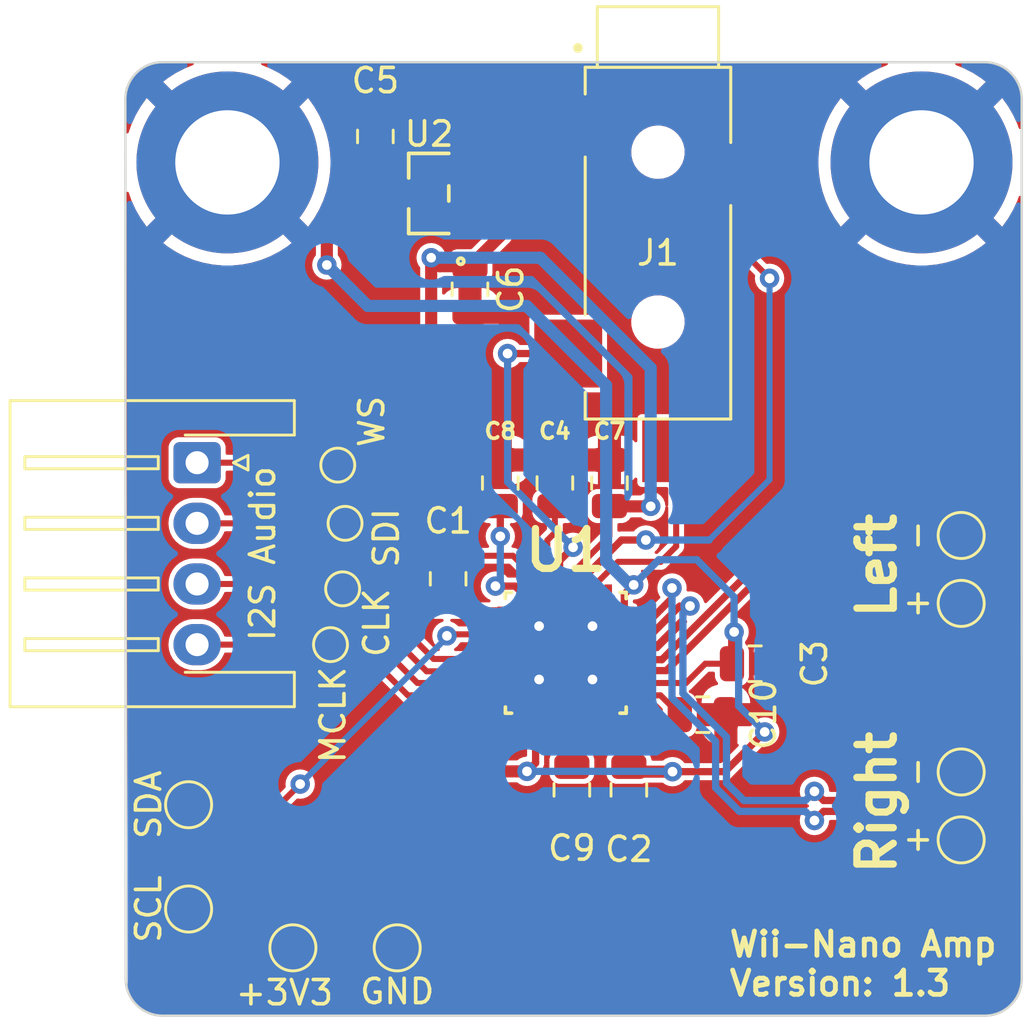
<source format=kicad_pcb>
(kicad_pcb (version 20221018) (generator pcbnew)
  (layers (0 "F.Cu" signal) (31 "B.Cu" signal) (34 "B.Paste" user) (35 "F.Paste" user) (36 "B.SilkS" user "B.Silkscreen") (37 "F.SilkS" user "F.Silkscreen") (38 "B.Mask" user) (39 "F.Mask" user) (44 "Edge.Cuts" user))
  (net 0 "")
  (net 1 "GNDREF")
  (net 2 "+3.3V")
  (net 3 "/Left +")
  (net 4 "Net-(U1-MCLK)")
  (net 5 "Net-(U1-I2S_CLK)")
  (net 6 "Net-(U1-I2S_WS)")
  (net 7 "Net-(U1-I2S_SDI)")
  (net 8 "Net-(U1-SDA)")
  (net 9 "Net-(U1-SCL)")
  (net 10 "Net-(U1-HPS)")
  (net 11 "Net-(U1-HPR)")
  (net 12 "Net-(U1-HPL)")
  (net 13 "Net-(U1-C1P)")
  (net 14 "Net-(U1-REF)")
  (net 17 "Net-(U1-BYPASS)")
  (net 18 "/Right +")
  (net 19 "Net-(U1-HPVSS)")
  (net 20 "Net-(U1-C1N)")
  (net 21 "/Vout")
  (net 22 "/Left -")
  (net 23 "/Right -")
  (footprint "TestPoint:TestPoint_Pad_D1.5mm" (layer "F.Cu") (at 158.337652 84.837652 90)
    (fp_text reference "SDA" (at 0 -1.648 90) (layer "F.SilkS"))
    (fp_text value "SDA" hide)
    (fp_circle (center 0 0) (end 0 0.95) (stroke (width 0.12)) (fill none) (layer "F.SilkS"))
    (pad "1" smd circle (at 0 0 90) (size 1.5 1.5) (layers "F.Cu" "F.Mask") (net 8 "Net-(U1-SDA)"))
  )
  (footprint "Capacitor_SMD:C_0805_2012Metric" (layer "F.Cu") (at 179.537652 81.125)
    (fp_text reference "C10" (at 2.5 0 90) (layer "F.SilkS"))
    (fp_text value "2.2uF" hide)
    (fp_line (start -0.261252 -0.735) (end 0.261252 -0.735) (stroke (width 0.12)) (layer "F.SilkS"))
    (fp_line (start -0.261252 0.735) (end 0.261252 0.735) (stroke (width 0.12)) (layer "F.SilkS"))
    (pad "1" smd roundrect (at -0.95 0) (size 1 1.45) (layers "F.Cu" "F.Paste" "F.Mask") (net 17 "Net-(U1-BYPASS)"))
    (pad "2" smd roundrect (at 0.95 0) (size 1 1.45) (layers "F.Cu" "F.Paste" "F.Mask") (net 1 "GNDREF"))
  )
  (footprint "Connector_JST:JST_XH_S4B-XH-A-1_1x04_P2.50mm_Horizontal" (layer "F.Cu") (at 158.687652 70.737652 -90)
    (fp_text reference "I2S Audio" (at 3.75 -2.7 -270) (layer "F.SilkS"))
    (fp_text value "JST_XH_S4B-XH-A-1_1x04_P2.50mm_Horizontal" hide)
    (fp_line (start -2.56 -4.01) (end -1.14 -4.01) (stroke (width 0.12)) (layer "F.SilkS"))
    (fp_line (start -2.56 7.71) (end -2.56 -4.01) (stroke (width 0.12)) (layer "F.SilkS"))
    (fp_line (start -1.14 -4.01) (end -1.14 0.49) (stroke (width 0.12)) (layer "F.SilkS"))
    (fp_line (start -0.3 -2.1) (end 0.3 -2.1) (stroke (width 0.12)) (layer "F.SilkS"))
    (fp_line (start -0.25 1.6) (end -0.25 7.1) (stroke (width 0.12)) (layer "F.SilkS"))
    (fp_line (start -0.25 7.1) (end 0.25 7.1) (stroke (width 0.12)) (layer "F.SilkS"))
    (fp_line (start 0 -1.5) (end -0.3 -2.1) (stroke (width 0.12)) (layer "F.SilkS"))
    (fp_line (start 0.25 1.6) (end -0.25 1.6) (stroke (width 0.12)) (layer "F.SilkS"))
    (fp_line (start 0.25 7.1) (end 0.25 1.6) (stroke (width 0.12)) (layer "F.SilkS"))
    (fp_line (start 0.3 -2.1) (end 0 -1.5) (stroke (width 0.12)) (layer "F.SilkS"))
    (fp_line (start 2.25 1.6) (end 2.25 7.1) (stroke (width 0.12)) (layer "F.SilkS"))
    (fp_line (start 2.25 7.1) (end 2.75 7.1) (stroke (width 0.12)) (layer "F.SilkS"))
    (fp_line (start 2.75 1.6) (end 2.25 1.6) (stroke (width 0.12)) (layer "F.SilkS"))
    (fp_line (start 2.75 7.1) (end 2.75 1.6) (stroke (width 0.12)) (layer "F.SilkS"))
    (fp_line (start 3.75 7.71) (end -2.56 7.71) (stroke (width 0.12)) (layer "F.SilkS"))
    (fp_line (start 3.75 7.71) (end 10.06 7.71) (stroke (width 0.12)) (layer "F.SilkS"))
    (fp_line (start 4.75 1.6) (end 4.75 7.1) (stroke (width 0.12)) (layer "F.SilkS"))
    (fp_line (start 4.75 7.1) (end 5.25 7.1) (stroke (width 0.12)) (layer "F.SilkS"))
    (fp_line (start 5.25 1.6) (end 4.75 1.6) (stroke (width 0.12)) (layer "F.SilkS"))
    (fp_line (start 5.25 7.1) (end 5.25 1.6) (stroke (width 0.12)) (layer "F.SilkS"))
    (fp_line (start 7.25 1.6) (end 7.25 7.1) (stroke (width 0.12)) (layer "F.SilkS"))
    (fp_line (start 7.25 7.1) (end 7.75 7.1) (stroke (width 0.12)) (layer "F.SilkS"))
    (fp_line (start 7.75 1.6) (end 7.25 1.6) (stroke (width 0.12)) (layer "F.SilkS"))
    (fp_line (start 7.75 7.1) (end 7.75 1.6) (stroke (width 0.12)) (layer "F.SilkS"))
    (fp_line (start 8.64 -4.01) (end 8.64 0.49) (stroke (width 0.12)) (layer "F.SilkS"))
    (fp_line (start 10.06 -4.01) (end 8.64 -4.01) (stroke (width 0.12)) (layer "F.SilkS"))
    (fp_line (start 10.06 7.71) (end 10.06 -4.01) (stroke (width 0.12)) (layer "F.SilkS"))
    (pad "1" thru_hole roundrect (at 0 0 270) (size 1.7 1.95) (drill 0.95) (layers "*.Cu" "*.Mask") (roundrect_rratio 0.147059) (net 6 "Net-(U1-I2S_WS)"))
    (pad "2" thru_hole oval (at 2.5 0 270) (size 1.7 1.95) (drill 0.95) (layers "*.Cu" "*.Mask") (net 7 "Net-(U1-I2S_SDI)"))
    (pad "3" thru_hole oval (at 5 0 270) (size 1.7 1.95) (drill 0.95) (layers "*.Cu" "*.Mask") (net 5 "Net-(U1-I2S_CLK)"))
    (pad "4" thru_hole oval (at 7.5 0 270) (size 1.7 1.95) (drill 0.95) (layers "*.Cu" "*.Mask") (net 4 "Net-(U1-MCLK)"))
  )
  (footprint "SJ-3524-SMT:CUI_SJ-3524-SMT" (layer "F.Cu") (at 177.687652 57.937652 -90)
    (fp_text reference "J1" (at 4.15 0) (layer "F.SilkS") (effects (font (size 1.001693 1.001693))))
    (fp_text value "SJ-3524-SMT" hide)
    (fp_line (start -6 -2.5) (end -6 2.5) (stroke (width 0.127)) (layer "F.SilkS"))
    (fp_line (start -6 2.5) (end -3.5 2.5) (stroke (width 0.127)) (layer "F.SilkS"))
    (fp_line (start -3.5 -3) (end -0.4 -3) (stroke (width 0.127)) (layer "F.SilkS"))
    (fp_line (start -3.5 -2.5) (end -6 -2.5) (stroke (width 0.127)) (layer "F.SilkS"))
    (fp_line (start -3.5 -2.5) (end -3.5 -3) (stroke (width 0.127)) (layer "F.SilkS"))
    (fp_line (start -3.5 2.5) (end -3.5 -2.5) (stroke (width 0.127)) (layer "F.SilkS"))
    (fp_line (start -3.5 3) (end -3.5 2.5) (stroke (width 0.127)) (layer "F.SilkS"))
    (fp_line (start -3.5 3) (end -2.4 3) (stroke (width 0.127)) (layer "F.SilkS"))
    (fp_line (start 0.2 3) (end 6.7 3) (stroke (width 0.127)) (layer "F.SilkS"))
    (fp_line (start 2.2 -3) (end 11 -3) (stroke (width 0.127)) (layer "F.SilkS"))
    (fp_line (start 9.9 3) (end 11 3) (stroke (width 0.127)) (layer "F.SilkS"))
    (fp_line (start 11 -3) (end 11 3) (stroke (width 0.127)) (layer "F.SilkS"))
    (fp_circle (center -4.3 3.3) (end -4.2 3.3) (stroke (width 0.2)) (fill none) (layer "F.SilkS"))
    (pad "" np_thru_hole circle (at 0 0 270) (size 1.7 1.7) (drill 1.7) (layers "*.Cu" "*.Mask"))
    (pad "" np_thru_hole circle (at 7 0 270) (size 1.7 1.7) (drill 1.7) (layers "*.Cu" "*.Mask"))
    (pad "1" smd rect (at -1.1 3.7 270) (size 2.2 2.8) (layers "F.Cu" "F.Paste" "F.Mask") (net 1 "GNDREF"))
    (pad "2" smd rect (at 8.3 3.7 270) (size 2.8 2.8) (layers "F.Cu" "F.Paste" "F.Mask") (net 12 "Net-(U1-HPL)"))
    (pad "3" smd rect (at 0.9 -3.7 270) (size 2.2 2.8) (layers "F.Cu" "F.Paste" "F.Mask") (net 11 "Net-(U1-HPR)"))
    (pad "4" smd rect (at 12.3 -0.75 270) (size 2.6 2.8) (layers "F.Cu" "F.Paste" "F.Mask") (net 10 "Net-(U1-HPS)"))
  )
  (footprint "TestPoint:TestPoint_Pad_D1.5mm" (layer "F.Cu") (at 190.187652 73.737652 90)
    (fp_text reference "-" (at 0 -1.85 90) (layer "F.SilkS"))
    (fp_text value "Left Speaker" hide)
    (fp_circle (center 0 0) (end 0 0.95) (stroke (width 0.12)) (fill none) (layer "F.SilkS"))
    (pad "1" smd circle (at 0 0 90) (size 1.5 1.5) (layers "F.Cu" "F.Mask") (net 22 "/Left -"))
  )
  (footprint "TestPoint:TestPoint_Pad_D1.5mm" (layer "F.Cu") (at 190.187652 76.537652 90)
    (fp_text reference "+" (at 0 -1.85 90) (layer "F.SilkS"))
    (fp_text value "Left Speaker" hide)
    (fp_circle (center 0 0) (end 0 0.95) (stroke (width 0.12)) (fill none) (layer "F.SilkS"))
    (pad "1" smd circle (at 0 0 90) (size 1.5 1.5) (layers "F.Cu" "F.Mask") (net 3 "/Left +"))
  )
  (footprint "TestPoint:TestPoint_Pad_D1.5mm" (layer "F.Cu") (at 190.187652 83.487652 90)
    (fp_text reference "-" (at 0 -1.85 90) (layer "F.SilkS"))
    (fp_text value "Left Speaker" hide)
    (fp_circle (center 0 0) (end 0 0.95) (stroke (width 0.12)) (fill none) (layer "F.SilkS"))
    (pad "1" smd circle (at 0 0 90) (size 1.5 1.5) (layers "F.Cu" "F.Mask") (net 23 "/Right -"))
  )
  (footprint "TestPoint:TestPoint_Pad_D1.5mm" (layer "F.Cu") (at 190.187652 86.287652 90)
    (fp_text reference "+" (at 0 -1.85 90) (layer "F.SilkS"))
    (fp_text value "Left Speaker" hide)
    (fp_circle (center 0 0) (end 0 0.95) (stroke (width 0.12)) (fill none) (layer "F.SilkS"))
    (pad "1" smd circle (at 0 0 90) (size 1.5 1.5) (layers "F.Cu" "F.Mask") (net 18 "/Right +"))
  )
  (footprint "Capacitor_SMD:C_0805_2012Metric" (layer "F.Cu") (at 169.037652 75.525 -90)
    (fp_text reference "C1" (at -2.387348 0) (layer "F.SilkS"))
    (fp_text value "2.2uF" hide)
    (fp_line (start -0.261252 -0.735) (end 0.261252 -0.735) (stroke (width 0.12)) (layer "F.SilkS"))
    (fp_line (start -0.261252 0.735) (end 0.261252 0.735) (stroke (width 0.12)) (layer "F.SilkS"))
    (pad "1" smd roundrect (at -0.95 0 270) (size 1 1.45) (layers "F.Cu" "F.Paste" "F.Mask") (net 20 "Net-(U1-C1N)"))
    (pad "2" smd roundrect (at 0.95 0 270) (size 1 1.45) (layers "F.Cu" "F.Paste" "F.Mask") (net 13 "Net-(U1-C1P)"))
  )
  (footprint "Capacitor_SMD:C_0805_2012Metric" (layer "F.Cu") (at 175.687652 71.575 -90)
    (fp_text reference "C7" (at -2.137348 0) (layer "F.SilkS") (effects (font (size 0.65 0.65))))
    (fp_text value "2.2uF" hide)
    (fp_line (start -0.261252 -0.735) (end 0.261252 -0.735) (stroke (width 0.12)) (layer "F.SilkS"))
    (fp_line (start -0.261252 0.735) (end 0.261252 0.735) (stroke (width 0.12)) (layer "F.SilkS"))
    (pad "1" smd roundrect (at -0.95 0 270) (size 1 1.45) (layers "F.Cu" "F.Paste" "F.Mask") (net 1 "GNDREF"))
    (pad "2" smd roundrect (at 0.95 0 270) (size 1 1.45) (layers "F.Cu" "F.Paste" "F.Mask") (net 21 "/Vout"))
  )
  (footprint "TestPoint:TestPoint_Pad_D1.0mm" (layer "F.Cu") (at 164.687652 75.937652 90)
    (fp_text reference "CLK" (at -1.4 1.4 90) (layer "F.SilkS"))
    (fp_text value "TestPoint_Pad_D1.0mm" hide)
    (fp_circle (center 0 0) (end 0 0.7) (stroke (width 0.12)) (fill none) (layer "F.SilkS"))
    (pad "1" smd circle (at 0 0 90) (size 1 1) (layers "F.Cu" "F.Mask") (net 5 "Net-(U1-I2S_CLK)"))
  )
  (footprint "Capacitor_SMD:C_0805_2012Metric" (layer "F.Cu") (at 174.137652 84.225 -90)
    (fp_text reference "C9" (at 2.4 0) (layer "F.SilkS"))
    (fp_text value "10uF" hide)
    (fp_line (start -0.261252 -0.735) (end 0.261252 -0.735) (stroke (width 0.12)) (layer "F.SilkS"))
    (fp_line (start -0.261252 0.735) (end 0.261252 0.735) (stroke (width 0.12)) (layer "F.SilkS"))
    (pad "1" smd roundrect (at -0.95 0 270) (size 1 1.45) (layers "F.Cu" "F.Paste" "F.Mask") (net 14 "Net-(U1-REF)"))
    (pad "2" smd roundrect (at 0.95 0 270) (size 1 1.45) (layers "F.Cu" "F.Paste" "F.Mask") (net 1 "GNDREF"))
  )
  (footprint "TestPoint:TestPoint_Pad_D1.5mm" (layer "F.Cu") (at 158.337652 89.137652 90)
    (fp_text reference "SCL" (at 0 -1.648 90) (layer "F.SilkS"))
    (fp_text value "SCL" hide)
    (fp_circle (center 0 0) (end 0 0.95) (stroke (width 0.12)) (fill none) (layer "F.SilkS"))
    (pad "1" smd circle (at 0 0 90) (size 1.5 1.5) (layers "F.Cu" "F.Mask") (net 9 "Net-(U1-SCL)"))
  )
  (footprint "Capacitor_SMD:C_0805_2012Metric" (layer "F.Cu") (at 176.487652 84.225 -90)
    (fp_text reference "C2" (at 2.45 0) (layer "F.SilkS"))
    (fp_text value "2.2uF" hide)
    (fp_line (start -0.261252 -0.735) (end 0.261252 -0.735) (stroke (width 0.12)) (layer "F.SilkS"))
    (fp_line (start -0.261252 0.735) (end 0.261252 0.735) (stroke (width 0.12)) (layer "F.SilkS"))
    (pad "1" smd roundrect (at -0.95 0 270) (size 1 1.45) (layers "F.Cu" "F.Paste" "F.Mask") (net 2 "+3.3V"))
    (pad "2" smd roundrect (at 0.95 0 270) (size 1 1.45) (layers "F.Cu" "F.Paste" "F.Mask") (net 1 "GNDREF"))
  )
  (footprint "TestPoint:TestPoint_Pad_D1.0mm" (layer "F.Cu") (at 164.787652 73.237652 90)
    (fp_text reference "SDI" (at -0.6 1.7 90) (layer "F.SilkS"))
    (fp_text value "TestPoint_Pad_D1.0mm" hide)
    (fp_circle (center 0 0) (end 0 0.7) (stroke (width 0.12)) (fill none) (layer "F.SilkS"))
    (pad "1" smd circle (at 0 0 90) (size 1 1) (layers "F.Cu" "F.Mask") (net 7 "Net-(U1-I2S_SDI)"))
  )
  (footprint "TestPoint:TestPoint_Pad_D1.0mm" (layer "F.Cu") (at 164.487652 70.837652 90)
    (fp_text reference "WS" (at 1.8 1.4 90) (layer "F.SilkS"))
    (fp_text value "TestPoint_Pad_D1.0mm" hide)
    (fp_circle (center 0 0) (end 0 0.7) (stroke (width 0.12)) (fill none) (layer "F.SilkS"))
    (pad "1" smd circle (at 0 0 90) (size 1 1) (layers "F.Cu" "F.Mask") (net 6 "Net-(U1-I2S_WS)"))
  )
  (footprint "Capacitor_SMD:C_0805_2012Metric" (layer "F.Cu") (at 171.187652 71.575 -90)
    (fp_text reference "C8" (at -2.137348 0) (layer "F.SilkS") (effects (font (size 0.65 0.65))))
    (fp_text value "2.2uF" hide)
    (fp_line (start -0.261252 -0.735) (end 0.261252 -0.735) (stroke (width 0.12)) (layer "F.SilkS"))
    (fp_line (start -0.261252 0.735) (end 0.261252 0.735) (stroke (width 0.12)) (layer "F.SilkS"))
    (pad "1" smd roundrect (at -0.95 0 270) (size 1 1.45) (layers "F.Cu" "F.Paste" "F.Mask") (net 1 "GNDREF"))
    (pad "2" smd roundrect (at 0.95 0 270) (size 1 1.45) (layers "F.Cu" "F.Paste" "F.Mask") (net 21 "/Vout"))
  )
  (footprint "MountingHole:MountingHole_4.3mm_M4_DIN965_Pad" (layer "F.Cu") (at 188.552452 58.357652)
    (fp_text reference "REF**" hide)
    (fp_text value "MountingHole_4.3mm_M4_DIN965_Pad" hide)
    (pad "1" thru_hole circle (at 0 0) (size 7.5 7.5) (drill 4.3) (layers "*.Cu" "*.Mask") (net 1 "GNDREF"))
  )
  (footprint "Capacitor_SMD:C_0805_2012Metric" (layer "F.Cu") (at 181.687652 79.025)
    (fp_text reference "C3" (at 2.45 0 90) (layer "F.SilkS"))
    (fp_text value "2.2uF" hide)
    (fp_line (start -0.261252 -0.735) (end 0.261252 -0.735) (stroke (width 0.12)) (layer "F.SilkS"))
    (fp_line (start -0.261252 0.735) (end 0.261252 0.735) (stroke (width 0.12)) (layer "F.SilkS"))
    (pad "1" smd roundrect (at -0.95 0) (size 1 1.45) (layers "F.Cu" "F.Paste" "F.Mask") (net 2 "+3.3V"))
    (pad "2" smd roundrect (at 0.95 0) (size 1 1.45) (layers "F.Cu" "F.Paste" "F.Mask") (net 1 "GNDREF"))
  )
  (footprint "MountingHole:MountingHole_4.3mm_M4_DIN965_Pad" (layer "F.Cu") (at 159.937652 58.357652)
    (fp_text reference "REF**" hide)
    (fp_text value "MountingHole_4.3mm_M4_DIN965_Pad" hide)
    (pad "1" thru_hole circle (at 0 0) (size 7.5 7.5) (drill 4.3) (layers "*.Cu" "*.Mask") (net 1 "GNDREF"))
  )
  (footprint "Capacitor_SMD:C_0805_2012Metric" (layer "F.Cu") (at 173.437652 71.575 90)
    (fp_text reference "C4" (at 2.137348 0) (layer "F.SilkS") (effects (font (size 0.65 0.65))))
    (fp_text value "2.2uF" hide)
    (fp_line (start -0.261252 -0.735) (end 0.261252 -0.735) (stroke (width 0.12)) (layer "F.SilkS"))
    (fp_line (start -0.261252 0.735) (end 0.261252 0.735) (stroke (width 0.12)) (layer "F.SilkS"))
    (pad "1" smd roundrect (at -0.95 0 90) (size 1 1.45) (layers "F.Cu" "F.Paste" "F.Mask") (net 19 "Net-(U1-HPVSS)"))
    (pad "2" smd roundrect (at 0.95 0 90) (size 1 1.45) (layers "F.Cu" "F.Paste" "F.Mask") (net 1 "GNDREF"))
  )
  (footprint "TestPoint:TestPoint_Pad_D1.5mm" (layer "F.Cu") (at 162.637652 90.737652)
    (fp_text reference "+3V3" (at -0.35 1.85 unlocked) (layer "F.SilkS"))
    (fp_text value "SCL" hide)
    (fp_circle (center 0 0) (end 0 0.95) (stroke (width 0.12)) (fill none) (layer "F.SilkS"))
    (pad "1" smd circle (at 0 0) (size 1.5 1.5) (layers "F.Cu" "F.Mask") (net 2 "+3.3V"))
  )
  (footprint "LM49450SQ:QFN50P500X500X80-33N" (layer "F.Cu") (at 173.887652 78.575)
    (fp_text reference "U1" (at 0 -4.22445) (layer "F.SilkS") (effects (font (size 1.643134 1.643134) (thickness 0.3) bold)))
    (fp_text value "LM49450SQ" hide)
    (fp_line (start -2.4892 -2.4892) (end -2.4892 -2.2352) (stroke (width 0.1524)) (layer "F.SilkS"))
    (fp_line (start -2.4892 2.2352) (end -2.4892 2.4892) (stroke (width 0.1524)) (layer "F.SilkS"))
    (fp_line (start -2.4892 2.4892) (end -2.2352 2.4892) (stroke (width 0.1524)) (layer "F.SilkS"))
    (fp_line (start -2.2352 -2.4892) (end -2.4892 -2.4892) (stroke (width 0.1524)) (layer "F.SilkS"))
    (fp_line (start 2.2352 2.4892) (end 2.4892 2.4892) (stroke (width 0.1524)) (layer "F.SilkS"))
    (fp_line (start 2.4892 -2.4892) (end 2.2352 -2.4892) (stroke (width 0.1524)) (layer "F.SilkS"))
    (fp_line (start 2.4892 -2.2352) (end 2.4892 -2.4892) (stroke (width 0.1524)) (layer "F.SilkS"))
    (fp_line (start 2.4892 2.4892) (end 2.4892 2.2352) (stroke (width 0.1524)) (layer "F.SilkS"))
    (pad "1" smd rect (at -2.413 -1.7526 270) (size 0.3048 0.8128) (layers "F.Cu" "F.Paste" "F.Mask") (net 13 "Net-(U1-C1P)"))
    (pad "2" smd rect (at -2.413 -1.2446 270) (size 0.3048 0.8128) (layers "F.Cu" "F.Paste" "F.Mask") (net 1 "GNDREF"))
    (pad "3" smd rect (at -2.413 -0.762 270) (size 0.3048 0.8128) (layers "F.Cu" "F.Paste" "F.Mask") (net 8 "Net-(U1-SDA)"))
    (pad "4" smd rect (at -2.413 -0.254 270) (size 0.3048 0.8128) (layers "F.Cu" "F.Paste" "F.Mask") (net 1 "GNDREF"))
    (pad "5" smd rect (at -2.413 0.254 270) (size 0.3048 0.8128) (layers "F.Cu" "F.Paste" "F.Mask") (net 6 "Net-(U1-I2S_WS)"))
    (pad "6" smd rect (at -2.413 0.762 270) (size 0.3048 0.8128) (layers "F.Cu" "F.Paste" "F.Mask") (net 7 "Net-(U1-I2S_SDI)"))
    (pad "7" smd rect (at -2.413 1.2446 270) (size 0.3048 0.8128) (layers "F.Cu" "F.Paste" "F.Mask") (net 5 "Net-(U1-I2S_CLK)"))
    (pad "8" smd rect (at -2.413 1.7526 270) (size 0.3048 0.8128) (layers "F.Cu" "F.Paste" "F.Mask") (net 4 "Net-(U1-MCLK)"))
    (pad "9" smd rect (at -1.7526 2.413 180) (size 0.3048 0.8128) (layers "F.Cu" "F.Paste" "F.Mask") (net 9 "Net-(U1-SCL)"))
    (pad "10" smd rect (at -1.2446 2.413 180) (size 0.3048 0.8128) (layers "F.Cu" "F.Paste" "F.Mask") (net 2 "+3.3V"))
    (pad "11" smd rect (at -0.762 2.413 180) (size 0.3048 0.8128) (layers "F.Cu" "F.Paste" "F.Mask") (net 2 "+3.3V"))
    (pad "12" smd rect (at -0.254 2.413 180) (size 0.3048 0.8128) (layers "F.Cu" "F.Paste" "F.Mask") (net 1 "GNDREF"))
    (pad "13" smd rect (at 0.254 2.413 180) (size 0.3048 0.8128) (layers "F.Cu" "F.Paste" "F.Mask") (net 14 "Net-(U1-REF)"))
    (pad "14" smd rect (at 0.762 2.413 180) (size 0.3048 0.8128) (layers "F.Cu" "F.Paste" "F.Mask"))
    (pad "15" smd rect (at 1.2446 2.413 180) (size 0.3048 0.8128) (layers "F.Cu" "F.Paste" "F.Mask"))
    (pad "16" smd rect (at 1.7526 2.413 180) (size 0.3048 0.8128) (layers "F.Cu" "F.Paste" "F.Mask") (net 2 "+3.3V"))
    (pad "17" smd rect (at 2.413 1.7526 270) (size 0.3048 0.8128) (layers "F.Cu" "F.Paste" "F.Mask") (net 17 "Net-(U1-BYPASS)"))
    (pad "18" smd rect (at 2.413 1.2446 270) (size 0.3048 0.8128) (layers "F.Cu" "F.Paste" "F.Mask") (net 2 "+3.3V"))
    (pad "19" smd rect (at 2.413 0.762 270) (size 0.3048 0.8128) (layers "F.Cu" "F.Paste" "F.Mask") (net 3 "/Left +"))
    (pad "20" smd rect (at 2.413 0.254 270) (size 0.3048 0.8128) (layers "F.Cu" "F.Paste" "F.Mask") (net 22 "/Left -"))
    (pad "21" smd rect (at 2.413 -0.254 270) (size 0.3048 0.8128) (layers "F.Cu" "F.Paste" "F.Mask") (net 1 "GNDREF"))
    (pad "22" smd rect (at 2.413 -0.762 270) (size 0.3048 0.8128) (layers "F.Cu" "F.Paste" "F.Mask") (net 23 "/Right -"))
    (pad "23" smd rect (at 2.413 -1.2446 270) (size 0.3048 0.8128) (layers "F.Cu" "F.Paste" "F.Mask") (net 18 "/Right +"))
    (pad "24" smd rect (at 2.413 -1.7526 270) (size 0.3048 0.8128) (layers "F.Cu" "F.Paste" "F.Mask") (net 2 "+3.3V"))
    (pad "25" smd rect (at 1.7526 -2.413 180) (size 0.3048 0.8128) (layers "F.Cu" "F.Paste" "F.Mask") (net 1 "GNDREF"))
    (pad "26" smd rect (at 1.2446 -2.413 180) (size 0.3048 0.8128) (layers "F.Cu" "F.Paste" "F.Mask") (net 10 "Net-(U1-HPS)"))
    (pad "27" smd rect (at 0.762 -2.413 180) (size 0.3048 0.8128) (layers "F.Cu" "F.Paste" "F.Mask") (net 11 "Net-(U1-HPR)"))
    (pad "28" smd rect (at 0.254 -2.413 180) (size 0.3048 0.8128) (layers "F.Cu" "F.Paste" "F.Mask") (net 21 "/Vout"))
    (pad "29" smd rect (at -0.254 -2.413 180) (size 0.3048 0.8128) (layers "F.Cu" "F.Paste" "F.Mask") (net 12 "Net-(U1-HPL)"))
    (pad "30" smd rect (at -0.762 -2.413 180) (size 0.3048 0.8128) (layers "F.Cu" "F.Paste" "F.Mask") (net 19 "Net-(U1-HPVSS)"))
    (pad "31" smd rect (at -1.2446 -2.413 180) (size 0.3048 0.8128) (layers "F.Cu" "F.Paste" "F.Mask") (net 20 "Net-(U1-C1N)"))
    (pad "32" smd rect (at -1.7526 -2.413 180) (size 0.3048 0.8128) (layers "F.Cu" "F.Paste" "F.Mask") (net 21 "/Vout"))
    (pad "33" smd rect (at 0 0) (size 3.2004 3.2004) (layers "F.Cu" "F.Paste" "F.Mask") (net 1 "GNDREF"))
  )
  (footprint "footprints:SOT-23_MC_MCH" (layer "F.Cu") (at 168.237652 59.637653 90)
    (fp_text reference "U2" (at 2.450001 0.0152 unlocked) (layer "F.SilkS"))
    (fp_text value "MCP1700T-2502E/TT" hide)
    (fp_line (start -1.652 -0.827) (end -1.652 0.827) (stroke (width 0.1524)) (layer "F.SilkS"))
    (fp_line (start -0.63754 -0.827) (end -1.652 -0.827) (stroke (width 0.1524)) (layer "F.SilkS"))
    (fp_line (start -0.312461 0.827) (end 0.312461 0.827) (stroke (width 0.1524)) (layer "F.SilkS"))
    (fp_line (start 1.652 -0.827) (end 0.63754 -0.827) (stroke (width 0.1524)) (layer "F.SilkS"))
    (fp_line (start 1.652 0.827) (end 1.652 -0.827) (stroke (width 0.1524)) (layer "F.SilkS"))
    (fp_circle (center -2.795 1.32) (end -2.668 1.32) (stroke (width 0.1524)) (fill none) (layer "F.SilkS"))
    (pad "1" smd rect (at -0.950001 1.0152 90) (size 0.6096 1.3208) (layers "F.Cu" "F.Paste" "F.Mask") (net 1 "GNDREF"))
    (pad "2" smd rect (at 0.950001 1.0152 90) (size 0.6096 1.3208) (layers "F.Cu" "F.Paste" "F.Mask") (net 21 "/Vout"))
    (pad "3" smd rect (at 0 -1.0152 90) (size 0.6096 1.3208) (layers "F.Cu" "F.Paste" "F.Mask") (net 2 "+3.3V"))
  )
  (footprint "Capacitor_SMD:C_0805_2012Metric" (layer "F.Cu") (at 169.937652 63.587652 -90)
    (fp_text reference "C6" (at 0 -1.68 -270) (layer "F.SilkS"))
    (fp_text value "1.0uF" hide)
    (fp_line (start -0.261252 -0.735) (end 0.261252 -0.735) (stroke (width 0.12)) (layer "F.SilkS"))
    (fp_line (start -0.261252 0.735) (end 0.261252 0.735) (stroke (width 0.12)) (layer "F.SilkS"))
    (pad "1" smd roundrect (at -0.95 0 270) (size 1 1.45) (layers "F.Cu" "F.Paste" "F.Mask") (net 21 "/Vout"))
    (pad "2" smd roundrect (at 0.95 0 270) (size 1 1.45) (layers "F.Cu" "F.Paste" "F.Mask") (net 1 "GNDREF"))
  )
  (footprint "Capacitor_SMD:C_0805_2012Metric" (layer "F.Cu") (at 166.037652 57.287652 -90)
    (fp_text reference "C5" (at -2.3 0) (layer "F.SilkS"))
    (fp_text value "1.0uF" hide)
    (fp_line (start -0.261252 -0.735) (end 0.261252 -0.735) (stroke (width 0.12)) (layer "F.SilkS"))
    (fp_line (start -0.261252 0.735) (end 0.261252 0.735) (stroke (width 0.12)) (layer "F.SilkS"))
    (pad "1" smd roundrect (at -0.95 0 270) (size 1 1.45) (layers "F.Cu" "F.Paste" "F.Mask") (net 1 "GNDREF"))
    (pad "2" smd roundrect (at 0.95 0 270) (size 1 1.45) (layers "F.Cu" "F.Paste" "F.Mask") (net 2 "+3.3V"))
  )
  (footprint "TestPoint:TestPoint_Pad_D1.5mm" (layer "F.Cu") (at 166.937652 90.737652)
    (fp_text reference "GND" (at 0 1.8 unlocked) (layer "F.SilkS"))
    (fp_text value "SCL" hide)
    (fp_circle (center 0 0) (end 0 0.95) (stroke (width 0.12)) (fill none) (layer "F.SilkS"))
    (pad "1" smd circle (at 0 0) (size 1.5 1.5) (layers "F.Cu" "F.Mask") (net 1 "GNDREF"))
  )
  (footprint "TestPoint:TestPoint_Pad_D1.0mm" (layer "F.Cu") (at 164.187652 78.237652 90)
    (fp_text reference "MCLK" (at -2.9 0.1 90) (layer "F.SilkS"))
    (fp_text value "TestPoint_Pad_D1.0mm" hide)
    (fp_circle (center 0 0) (end 0 0.7) (stroke (width 0.12)) (fill none) (layer "F.SilkS"))
    (pad "1" smd circle (at 0 0 90) (size 1 1) (layers "F.Cu" "F.Mask") (net 4 "Net-(U1-MCLK)"))
  )
  (gr_line (start 155.743067 92.010045) (end 155.732236 55.752283) (stroke (width 0.1)) (layer "Edge.Cuts"))
  (gr_arc (start 155.732236 55.752283) (mid 156.178599 54.674662) (end 157.256236 54.228283) (stroke (width 0.1)) (layer "Edge.Cuts"))
  (gr_arc (start 192.684045 92.010041) (mid 192.23765 93.087647) (end 191.160045 93.534041) (stroke (width 0.1)) (layer "Edge.Cuts"))
  (gr_arc (start 157.267067 93.534045) (mid 156.189458 93.087651) (end 155.743067 92.010045) (stroke (width 0.1)) (layer "Edge.Cuts"))
  (gr_line (start 192.681821 55.752283) (end 192.684045 92.010041) (stroke (width 0.1)) (layer "Edge.Cuts"))
  (gr_line (start 157.256236 54.228283) (end 191.157821 54.228283) (stroke (width 0.1)) (layer "Edge.Cuts"))
  (gr_line (start 157.267067 93.534045) (end 191.160045 93.534041) (stroke (width 0.1)) (layer "Edge.Cuts"))
  (gr_arc (start 191.157821 54.228283) (mid 192.235461 54.674643) (end 192.681821 55.752283) (stroke (width 0.1)) (layer "Edge.Cuts"))
  (gr_text "Wii-Nano Amp\nVersion: 1.3" (at 180.537652 92.787652) (layer "F.SilkS") (effects (font (size 1 1) (thickness 0.2) bold) (justify left bottom)))
  (gr_text "Left" (at 187.587652 77.287652 90) (layer "F.SilkS") (effects (font (size 1.5 1.5) (thickness 0.3) bold) (justify left bottom)))
  (gr_text "Right" (at 187.587652 87.837652 90) (layer "F.SilkS") (effects (font (size 1.5 1.5) (thickness 0.3) bold) (justify left bottom)))
  (segment (start 173.633652 80.988) (end 173.633652 78.829) (width 0.3) (layer "F.Cu") (net 1))
  (segment (start 173.633652 78.829) (end 173.887652 78.575) (width 0.3) (layer "F.Cu") (net 1))
  (segment (start 176.300652 78.321) (end 174.141652 78.321) (width 0.3) (layer "F.Cu") (net 1))
  (segment (start 175.617252 76.8454) (end 173.887652 78.575) (width 0.3) (layer "F.Cu") (net 1))
  (segment (start 171.474652 78.321) (end 173.633652 78.321) (width 0.3) (layer "F.Cu") (net 1))
  (segment (start 172.643052 77.3304) (end 173.887652 78.575) (width 0.3) (layer "F.Cu") (net 1))
  (segment (start 175.617252 76.185) (end 175.617252 76.8454) (width 0.3) (layer "F.Cu") (net 1))
  (segment (start 173.633652 78.321) (end 173.887652 78.575) (width 0.3) (layer "F.Cu") (net 1))
  (segment (start 175.640252 76.162) (end 175.617252 76.185) (width 0.3) (layer "F.Cu") (net 1))
  (segment (start 171.474652 77.3304) (end 172.643052 77.3304) (width 0.3) (layer "F.Cu") (net 1))
  (segment (start 174.141652 78.321) (end 173.887652 78.575) (width 0.3) (layer "F.Cu") (net 1))
  (via (at 174.987652 77.475) (size 0.8) (drill 0.4) (layers "F.Cu" "B.Cu") (net 1))
  (via (at 172.787652 79.675) (size 0.8) (drill 0.4) (layers "F.Cu" "B.Cu") (net 1))
  (via (at 172.787652 77.475) (size 0.8) (drill 0.4) (layers "F.Cu" "B.Cu") (net 1))
  (via (at 174.987652 79.675) (size 0.8) (drill 0.4) (layers "F.Cu" "B.Cu") (net 1))
  (segment (start 169.712652 83.462652) (end 172.287652 83.462652) (width 0.5) (layer "F.Cu") (net 2))
  (segment (start 172.287652 83.462652) (end 172.287652 83.475) (width 0.3) (layer "F.Cu") (net 2))
  (segment (start 172.643052 80.988) (end 172.643052 81.975) (width 0.3) (layer "F.Cu") (net 2))
  (segment (start 165.487651 59.637653) (end 167.222452 59.637653) (width 0.5) (layer "F.Cu") (net 2))
  (segment (start 166.037652 58.237652) (end 165.487651 58.787653) (width 0.5) (layer "F.Cu") (net 2))
  (segment (start 176.300652 76.162) (end 176.687652 75.775) (width 0.3) (layer "F.Cu") (net 2))
  (segment (start 180.826729 78.935923) (end 180.737652 79.025) (width 0.5) (layer "F.Cu") (net 2))
  (segment (start 180.450304 83.475) (end 178.287652 83.475) (width 0.3) (layer "F.Cu") (net 2))
  (segment (start 176.687652 83.475) (end 176.487652 83.275) (width 0.5) (layer "F.Cu") (net 2))
  (segment (start 176.487652 81.8354) (end 175.640252 80.988) (width 0.3) (layer "F.Cu") (net 2))
  (segment (start 179.637652 79.025) (end 180.737652 79.025) (width 0.25) (layer "F.Cu") (net 2))
  (segment (start 173.125652 81.4924) (end 172.643052 81.975) (width 0.3) (layer "F.Cu") (net 2))
  (segment (start 173.125652 80.988) (end 173.125652 81.4924) (width 0.3) (layer "F.Cu") (net 2))
  (segment (start 165.487651 58.787653) (end 165.487651 59.637653) (width 0.5) (layer "F.Cu") (net 2))
  (segment (start 162.637652 90.537652) (end 169.712652 83.462652) (width 0.5) (layer "F.Cu") (net 2))
  (segment (start 172.287652 83.475) (end 172.287652 83.475) (width 0.3) (layer "F.Cu") (net 2))
  (segment (start 176.487652 83.275) (end 176.487652 81.8354) (width 0.3) (layer "F.Cu") (net 2))
  (segment (start 162.637652 90.737652) (end 162.637652 90.537652) (width 0.5) (layer "F.Cu") (net 2))
  (segment (start 164.037652 62.587652) (end 164.037652 61.087652) (width 0.5) (layer "F.Cu") (net 2))
  (segment (start 180.826729 77.714077) (end 180.826729 78.935923) (width 0.5) (layer "F.Cu") (net 2))
  (segment (start 172.643052 83.1196) (end 172.3 83.462652) (width 0.3) (layer "F.Cu") (net 2))
  (segment (start 178.287652 83.475) (end 176.687652 83.475) (width 0.5) (layer "F.Cu") (net 2))
  (segment (start 182.087652 81.837652) (end 180.450304 83.475) (width 0.3) (layer "F.Cu") (net 2))
  (segment (start 172.3 83.462652) (end 172.287652 83.462652) (width 0.3) (layer "F.Cu") (net 2))
  (segment (start 178.843052 79.8196) (end 179.637652 79.025) (width 0.25) (layer "F.Cu") (net 2))
  (segment (start 172.643052 81.975) (end 172.643052 83.1196) (width 0.3) (layer "F.Cu") (net 2))
  (segment (start 176.300652 79.8196) (end 178.843052 79.8196) (width 0.25) (layer "F.Cu") (net 2))
  (segment (start 176.300652 76.8224) (end 176.300652 76.162) (width 0.3) (layer "F.Cu") (net 2))
  (segment (start 164.037652 61.087652) (end 165.487651 59.637653) (width 0.5) (layer "F.Cu") (net 2))
  (via (at 164.037652 62.587652) (size 0.8) (drill 0.4) (layers "F.Cu" "B.Cu") (net 2))
  (via (at 176.687652 75.775) (size 0.8) (drill 0.4) (layers "F.Cu" "B.Cu") (net 2))
  (via (at 172.287652 83.462652) (size 0.8) (drill 0.4) (layers "F.Cu" "B.Cu") (net 2))
  (via (at 180.826729 77.714077) (size 0.8) (drill 0.4) (layers "F.Cu" "B.Cu") (net 2))
  (via (at 182.087652 81.837652) (size 0.8) (drill 0.4) (layers "F.Cu" "B.Cu") (net 2))
  (via (at 178.287652 83.475) (size 0.8) (drill 0.4) (layers "F.Cu" "B.Cu") (net 2))
  (segment (start 176.687652 75.775) (end 177.725 74.737652) (width 0.3) (layer "B.Cu") (net 2))
  (segment (start 175.55 74.8) (end 176.525 75.775) (width 0.5) (layer "B.Cu") (net 2))
  (segment (start 180.826729 77.714077) (end 181.012652 77.9) (width 0.3) (layer "B.Cu") (net 2))
  (segment (start 172.262652 83.437652) (end 172.287652 83.462652) (width 0.5) (layer "B.Cu") (net 2))
  (segment (start 181.012652 80.762652) (end 182.087652 81.837652) (width 0.3) (layer "B.Cu") (net 2))
  (segment (start 172.287652 83.462652) (end 178.275304 83.462652) (width 0.3) (layer "B.Cu") (net 2))
  (segment (start 176.525 75.775) (end 176.687652 75.775) (width 0.5) (layer "B.Cu") (net 2))
  (segment (start 180.826729 76.276729) (end 180.826729 77.714077) (width 0.3) (layer "B.Cu") (net 2))
  (segment (start 179.287652 74.737652) (end 180.826729 76.276729) (width 0.3) (layer "B.Cu") (net 2))
  (segment (start 175.55 67.55) (end 175.55 74.8) (width 0.5) (layer "B.Cu") (net 2))
  (segment (start 164.037652 62.587652) (end 165.725 64.275) (width 0.5) (layer "B.Cu") (net 2))
  (segment (start 178.275304 83.462652) (end 178.287652 83.475) (width 0.3) (layer "B.Cu") (net 2))
  (segment (start 181.012652 77.9) (end 181.012652 80.762652) (width 0.3) (layer "B.Cu") (net 2))
  (segment (start 165.725 64.275) (end 172.275 64.275) (width 0.5) (layer "B.Cu") (net 2))
  (segment (start 177.725 74.737652) (end 179.287652 74.737652) (width 0.3) (layer "B.Cu") (net 2))
  (segment (start 172.275 64.275) (end 175.55 67.55) (width 0.5) (layer "B.Cu") (net 2))
  (segment (start 176.910253 79.337) (end 176.939253 79.308) (width 0.2) (layer "F.Cu") (net 3))
  (segment (start 176.300652 79.337) (end 176.910253 79.337) (width 0.3) (layer "F.Cu") (net 3))
  (segment (start 178.035504 79.308) (end 181.980851 75.362653) (width 0.3) (layer "F.Cu") (net 3))
  (segment (start 189.012653 75.362653) (end 190.187652 76.537652) (width 0.3) (layer "F.Cu") (net 3))
  (segment (start 181.980851 75.362653) (end 189.012653 75.362653) (width 0.3) (layer "F.Cu") (net 3))
  (segment (start 176.939253 79.308) (end 178.035504 79.308) (width 0.3) (layer "F.Cu") (net 3))
  (segment (start 167.3776 80.3276) (end 165.287652 78.237652) (width 0.25) (layer "F.Cu") (net 4))
  (segment (start 171.474652 80.3276) (end 167.3776 80.3276) (width 0.25) (layer "F.Cu") (net 4))
  (segment (start 165.287652 78.237652) (end 158.687652 78.237652) (width 0.25) (layer "F.Cu") (net 4))
  (segment (start 167.7696 79.8196) (end 165.187652 77.237652) (width 0.25) (layer "F.Cu") (net 5))
  (segment (start 171.474652 79.8196) (end 167.7696 79.8196) (width 0.25) (layer "F.Cu") (net 5))
  (segment (start 164.287652 75.737652) (end 158.687652 75.737652) (width 0.25) (layer "F.Cu") (net 5))
  (segment (start 165.187652 77.237652) (end 165.187652 76.637652) (width 0.25) (layer "F.Cu") (net 5))
  (segment (start 165.187652 76.637652) (end 164.287652 75.737652) (width 0.25) (layer "F.Cu") (net 5))
  (segment (start 168.441652 78.829) (end 166.387652 76.775) (width 0.25) (layer "F.Cu") (net 6))
  (segment (start 171.474652 78.829) (end 168.441652 78.829) (width 0.25) (layer "F.Cu") (net 6))
  (segment (start 166.387652 76.775) (end 166.387652 72.737652) (width 0.25) (layer "F.Cu") (net 6))
  (segment (start 166.387652 72.737652) (end 164.387652 70.737652) (width 0.25) (layer "F.Cu") (net 6))
  (segment (start 164.387652 70.737652) (end 158.687652 70.737652) (width 0.25) (layer "F.Cu") (net 6))
  (segment (start 168.149652 79.337) (end 165.787652 76.975) (width 0.25) (layer "F.Cu") (net 7))
  (segment (start 165.787652 74.037652) (end 164.987652 73.237652) (width 0.25) (layer "F.Cu") (net 7))
  (segment (start 164.987652 73.237652) (end 158.687652 73.237652) (width 0.25) (layer "F.Cu") (net 7))
  (segment (start 171.474652 79.337) (end 168.149652 79.337) (width 0.25) (layer "F.Cu") (net 7))
  (segment (start 165.787652 76.975) (end 165.787652 74.037652) (width 0.25) (layer "F.Cu") (net 7))
  (segment (start 162.937652 83.987652) (end 162.087652 84.837652) (width 0.25) (layer "F.Cu") (net 8))
  (segment (start 168.987652 77.875) (end 169.049652 77.813) (width 0.25) (layer "F.Cu") (net 8))
  (segment (start 169.049652 77.813) (end 171.474652 77.813) (width 0.25) (layer "F.Cu") (net 8))
  (segment (start 162.087652 84.837652) (end 158.337652 84.837652) (width 0.25) (layer "F.Cu") (net 8))
  (via (at 168.987652 77.875) (size 0.8) (drill 0.4) (layers "F.Cu" "B.Cu") (net 8))
  (via (at 162.937652 83.987652) (size 0.8) (drill 0.4) (layers "F.Cu" "B.Cu") (net 8))
  (segment (start 162.937652 83.987652) (end 168.987652 77.937652) (width 0.25) (layer "B.Cu") (net 8))
  (segment (start 168.987652 77.937652) (end 168.987652 77.875) (width 0.25) (layer "B.Cu") (net 8))
  (segment (start 161.987652 89.137652) (end 158.337652 89.137652) (width 0.25) (layer "F.Cu") (net 9))
  (segment (start 170.137304 80.988) (end 161.987652 89.137652) (width 0.25) (layer "F.Cu") (net 9))
  (segment (start 172.135052 80.988) (end 170.137304 80.988) (width 0.25) (layer "F.Cu") (net 9))
  (segment (start 175.132252 76.162) (end 175.132252 75.7304) (width 0.25) (layer "F.Cu") (net 10))
  (segment (start 176.037652 74.825) (end 177.800304 74.825) (width 0.25) (layer "F.Cu") (net 10))
  (segment (start 178.437652 74.187652) (end 178.437652 70.237652) (width 0.25) (layer "F.Cu") (net 10))
  (segment (start 177.800304 74.825) (end 178.437652 74.187652) (width 0.25) (layer "F.Cu") (net 10))
  (segment (start 175.132252 75.7304) (end 176.037652 74.825) (width 0.25) (layer "F.Cu") (net 10))
  (segment (start 181.387652 62.237652) (end 182.287652 63.137652) (width 0.25) (layer "F.Cu") (net 11))
  (segment (start 181.387652 58.837652) (end 181.387652 62.237652) (width 0.25) (layer "F.Cu") (net 11))
  (segment (start 176.184709 73.925) (end 177.187652 73.925) (width 0.3) (layer "F.Cu") (net 11))
  (segment (start 174.649652 75.460057) (end 176.184709 73.925) (width 0.3) (layer "F.Cu") (net 11))
  (segment (start 174.649652 76.162) (end 174.649652 75.460057) (width 0.3) (layer "F.Cu") (net 11))
  (via (at 177.187652 73.925) (size 0.8) (drill 0.4) (layers "F.Cu" "B.Cu") (net 11))
  (via (at 182.287652 63.137652) (size 0.8) (drill 0.4) (layers "F.Cu" "B.Cu") (net 11))
  (segment (start 182.287652 63.137652) (end 182.287652 71.437652) (width 0.25) (layer "B.Cu") (net 11))
  (segment (start 177.187652 73.925) (end 179.800304 73.925) (width 0.3) (layer "B.Cu") (net 11))
  (segment (start 182.287652 71.437652) (end 179.800304 73.925) (width 0.25) (layer "B.Cu") (net 11))
  (segment (start 171.487652 66.237652) (end 173.987652 66.237652) (width 0.3) (layer "F.Cu") (net 12))
  (segment (start 173.633652 76.162) (end 173.633652 74.779) (width 0.3) (layer "F.Cu") (net 12))
  (segment (start 173.633652 74.779) (end 174.187652 74.225) (width 0.3) (layer "F.Cu") (net 12))
  (via (at 171.487652 66.237652) (size 0.8) (drill 0.4) (layers "F.Cu" "B.Cu") (net 12))
  (via (at 174.187652 74.225) (size 0.8) (drill 0.4) (layers "F.Cu" "B.Cu") (net 12))
  (segment (start 171.487652 66.237652) (end 171.487652 71.525) (width 0.3) (layer "B.Cu") (net 12))
  (segment (start 171.487652 71.525) (end 174.187652 74.225) (width 0.3) (layer "B.Cu") (net 12))
  (segment (start 171.474652 76.8224) (end 169.385052 76.8224) (width 0.25) (layer "F.Cu") (net 13))
  (segment (start 169.385052 76.8224) (end 169.037652 76.475) (width 0.25) (layer "F.Cu") (net 13))
  (segment (start 174.137652 80.992) (end 174.141652 80.988) (width 0.25) (layer "F.Cu") (net 14))
  (segment (start 174.137652 83.275) (end 174.137652 80.992) (width 0.25) (layer "F.Cu") (net 14))
  (segment (start 177.790252 80.3276) (end 176.300652 80.3276) (width 0.25) (layer "F.Cu") (net 17))
  (segment (start 178.587652 81.125) (end 177.790252 80.3276) (width 0.25) (layer "F.Cu") (net 17))
  (segment (start 177.247753 77.3467) (end 178.26642 76.328033) (width 0.3) (layer "F.Cu") (net 18))
  (segment (start 189.012652 85.112652) (end 184.512651 85.112653) (width 0.3) (layer "F.Cu") (net 18))
  (segment (start 176.926553 77.3467) (end 177.247753 77.3467) (width 0.3) (layer "F.Cu") (net 18))
  (segment (start 184.512651 85.112653) (end 184.137652 85.487652) (width 0.3) (layer "F.Cu") (net 18))
  (segment (start 190.187652 86.287652) (end 189.012652 85.112652) (width 0.3) (layer "F.Cu") (net 18))
  (segment (start 176.910253 77.3304) (end 176.926553 77.3467) (width 0.2) (layer "F.Cu") (net 18))
  (segment (start 178.26642 76.328033) (end 178.26642 75.903768) (width 0.2) (layer "F.Cu") (net 18))
  (segment (start 176.300652 77.3304) (end 176.910253 77.3304) (width 0.3) (layer "F.Cu") (net 18))
  (via (at 184.137652 85.487652) (size 0.8) (drill 0.4) (layers "F.Cu" "B.Cu") (net 18))
  (via (at 178.26642 75.903768) (size 0.8) (drill 0.4) (layers "F.Cu" "B.Cu") (net 18))
  (segment (start 180.062652 84.130852) (end 181.044453 85.112653) (width 0.3) (layer "B.Cu") (net 18))
  (segment (start 181.044453 85.112653) (end 183.762653 85.112653) (width 0.3) (layer "B.Cu") (net 18))
  (segment (start 178.26642 75.903768) (end 178.26642 80.43462) (width 0.3) (layer "B.Cu") (net 18))
  (segment (start 183.762653 85.112653) (end 184.137652 85.487652) (width 0.3) (layer "B.Cu") (net 18))
  (segment (start 180.062652 82.230852) (end 180.062652 84.130852) (width 0.3) (layer "B.Cu") (net 18))
  (segment (start 178.26642 80.43462) (end 180.062652 82.230852) (width 0.3) (layer "B.Cu") (net 18))
  (segment (start 173.125652 73.937) (end 173.125652 76.162) (width 0.25) (layer "F.Cu") (net 19))
  (segment (start 173.437652 72.525) (end 173.437652 73.625) (width 0.25) (layer "F.Cu") (net 19))
  (segment (start 173.437652 73.625) (end 173.125652 73.937) (width 0.25) (layer "F.Cu") (net 19))
  (segment (start 172.643052 75.5056) (end 172.643052 76.162) (width 0.25) (layer "F.Cu") (net 20))
  (segment (start 169.037652 74.575) (end 171.712452 74.575) (width 0.25) (layer "F.Cu") (net 20))
  (segment (start 171.712452 74.575) (end 172.643052 75.5056) (width 0.25) (layer "F.Cu") (net 20))
  (segment (start 169.937652 62.637652) (end 168.687652 62.637652) (width 0.5) (layer "F.Cu") (net 21))
  (segment (start 171.237652 61.337652) (end 169.937652 62.637652) (width 0.5) (layer "F.Cu") (net 21))
  (segment (start 175.700304 72.537652) (end 175.687652 72.525) (width 0.5) (layer "F.Cu") (net 21))
  (segment (start 170.125 72.575) (end 171.137652 72.575) (width 0.5) (layer "F.Cu") (net 21))
  (segment (start 171.137652 72.575) (end 171.187652 72.525) (width 0.5) (layer "F.Cu") (net 21))
  (segment (start 177.387652 72.537652) (end 175.700304 72.537652) (width 0.5) (layer "F.Cu") (net 21))
  (segment (start 169.252852 58.687652) (end 170.637652 58.687652) (width 0.5) (layer "F.Cu") (net 21))
  (segment (start 175.687652 72.525) (end 175.687652 73.750305) (width 0.25) (layer "F.Cu") (net 21))
  (segment (start 171.237652 59.287652) (end 171.237652 61.337652) (width 0.5) (layer "F.Cu") (net 21))
  (segment (start 171.798052 75.825) (end 172.135052 76.162) (width 0.3) (layer "F.Cu") (net 21))
  (segment (start 170.987652 75.825) (end 171.798052 75.825) (width 0.3) (layer "F.Cu") (net 21))
  (segment (start 170.637652 58.687652) (end 171.237652 59.287652) (width 0.5) (layer "F.Cu") (net 21))
  (segment (start 168.337652 70.787652) (end 170.125 72.575) (width 0.5) (layer "F.Cu") (net 21))
  (segment (start 174.141652 75.296305) (end 174.141652 76.162) (width 0.25) (layer "F.Cu") (net 21))
  (segment (start 171.187652 72.525) (end 171.187652 73.775) (width 0.3) (layer "F.Cu") (net 21))
  (segment (start 168.337652 62.287652) (end 168.337652 70.787652) (width 0.5) (layer "F.Cu") (net 21))
  (segment (start 168.687652 62.637652) (end 168.337652 62.287652) (width 0.5) (layer "F.Cu") (net 21))
  (segment (start 175.687652 73.750305) (end 174.141652 75.296305) (width 0.25) (layer "F.Cu") (net 21))
  (via (at 170.987652 75.825) (size 0.8) (drill 0.4) (layers "F.Cu" "B.Cu") (net 21))
  (via (at 171.187652 73.775) (size 0.8) (drill 0.4) (layers "F.Cu" "B.Cu") (net 21))
  (via (at 177.387652 72.537652) (size 0.8) (drill 0.4) (layers "F.Cu" "B.Cu") (net 21))
  (via (at 168.337652 62.287652) (size 0.8) (drill 0.4) (layers "F.Cu" "B.Cu") (net 21))
  (segment (start 172.837652 62.287652) (end 174.687652 64.137652) (width 0.5) (layer "B.Cu") (net 21))
  (segment (start 171.187652 73.775) (end 171.187652 75.625) (width 0.3) (layer "B.Cu") (net 21))
  (segment (start 177.387652 66.837652) (end 177.387652 72.537652) (width 0.5) (layer "B.Cu") (net 21))
  (segment (start 171.187652 75.625) (end 170.987652 75.825) (width 0.3) (layer "B.Cu") (net 21))
  (segment (start 168.337652 62.287652) (end 172.837652 62.287652) (width 0.5) (layer "B.Cu") (net 21))
  (segment (start 174.687652 64.137652) (end 177.387652 66.837652) (width 0.5) (layer "B.Cu") (net 21))
  (segment (start 176.910253 78.829) (end 176.939253 78.858) (width 0.2) (layer "F.Cu") (net 22))
  (segment (start 189.012653 74.912651) (end 190.187652 73.737652) (width 0.3) (layer "F.Cu") (net 22))
  (segment (start 181.794453 74.912651) (end 189.012653 74.912651) (width 0.3) (layer "F.Cu") (net 22))
  (segment (start 177.849104 78.858) (end 181.794453 74.912651) (width 0.3) (layer "F.Cu") (net 22))
  (segment (start 176.939253 78.858) (end 177.849104 78.858) (width 0.3) (layer "F.Cu") (net 22))
  (segment (start 176.300652 78.829) (end 176.910253 78.829) (width 0.3) (layer "F.Cu") (net 22))
  (segment (start 176.926553 77.7967) (end 177.434151 77.7967) (width 0.3) (layer "F.Cu") (net 23))
  (segment (start 190.187652 83.487652) (end 189.012652 84.662652) (width 0.3) (layer "F.Cu") (net 23))
  (segment (start 177.434151 77.7967) (end 178.584619 76.646232) (width 0.3) (layer "F.Cu") (net 23))
  (segment (start 178.584619 76.646232) (end 179.008884 76.646232) (width 0.2) (layer "F.Cu") (net 23))
  (segment (start 184.512651 84.662651) (end 184.137652 84.287652) (width 0.3) (layer "F.Cu") (net 23))
  (segment (start 176.910253 77.813) (end 176.926553 77.7967) (width 0.2) (layer "F.Cu") (net 23))
  (segment (start 176.300652 77.813) (end 176.910253 77.813) (width 0.3) (layer "F.Cu") (net 23))
  (segment (start 189.012652 84.662652) (end 184.512651 84.662651) (width 0.3) (layer "F.Cu") (net 23))
  (via (at 184.137652 84.287652) (size 0.8) (drill 0.4) (layers "F.Cu" "B.Cu") (net 23))
  (via (at 179.008884 76.646232) (size 0.8) (drill 0.4) (layers "F.Cu" "B.Cu") (net 23))
  (segment (start 180.512652 83.944452) (end 181.230851 84.662651) (width 0.3) (layer "B.Cu") (net 23))
  (segment (start 179.008884 76.646232) (end 178.716421 76.938695) (width 0.3) (layer "B.Cu") (net 23))
  (segment (start 180.512652 82.044452) (end 180.512652 83.944452) (width 0.3) (layer "B.Cu") (net 23))
  (segment (start 183.762653 84.662651) (end 184.137652 84.287652) (width 0.3) (layer "B.Cu") (net 23))
  (segment (start 178.716421 80.248221) (end 180.512652 82.044452) (width 0.3) (layer "B.Cu") (net 23))
  (segment (start 181.230851 84.662651) (end 183.762653 84.662651) (width 0.3) (layer "B.Cu") (net 23))
  (segment (start 178.716421 76.938695) (end 178.716421 80.248221) (width 0.3) (layer "B.Cu") (net 23))
  (zone (net 1) (net_name "GNDREF") (layer "F.Cu") (connect_pads (clearance 0.127)) (min_thickness 0.127) (fill yes (thermal_gap 0.5) (thermal_bridge_width 0.95))
    (polygon (pts (xy 155.737652 54.092852) (xy 192.678052 54.192852) (xy 192.778052 93.633252) (xy 155.837652 93.533252)))
  )
  (zone (net 1) (net_name "GNDREF") (layer "B.Cu") (connect_pads (clearance 0.5)) (min_thickness 0.25) (fill yes (thermal_gap 0.5) (thermal_bridge_width 0.95))
    (polygon (pts (xy 155.776852 54.192052) (xy 192.667252 54.192052) (xy 192.717252 93.582452) (xy 155.826852 93.582452)))
  )
)
</source>
